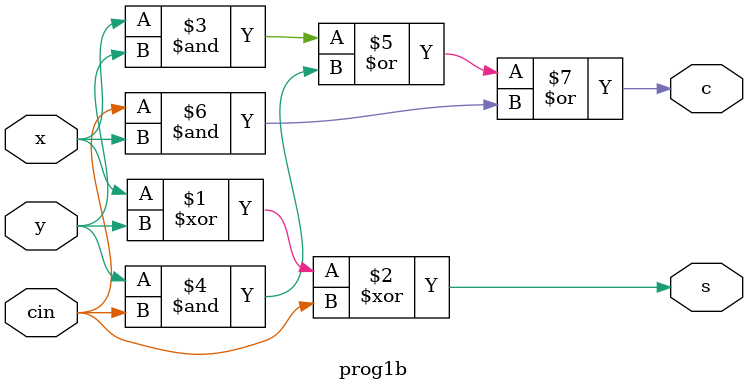
<source format=v>
module prog1b (x, y, cin, s, c);
input x, y, cin;
output s, c;
assign s = x^y^cin;
assign c = x&y|y&cin|cin&x;
endmodule

</source>
